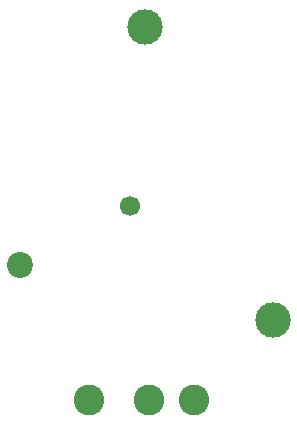
<source format=gbr>
G04 DipTrace 3.3.0.1*
G04 BottomMask.gbr*
%MOMM*%
G04 #@! TF.FileFunction,Soldermask,Bot*
G04 #@! TF.Part,Single*
%ADD27C,3.0*%
%ADD28C,2.2*%
%ADD31C,2.6*%
%ADD36C,1.7*%
%FSLAX35Y35*%
G04*
G71*
G90*
G75*
G01*
G04 BotMask*
%LPD*%
D31*
X539693Y-1650827D3*
X-349213D3*
X158733D3*
D36*
X0Y0D3*
D27*
X127000Y1508100D3*
X1206500Y-968400D3*
D28*
X-933200Y-500700D3*
M02*

</source>
